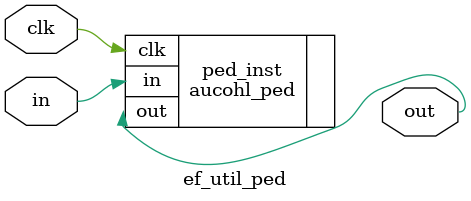
<source format=v>
`default_nettype none


module ef_util_ned (
    input wire clk,
    input wire in,
    output wire out
);
    aucohl_ned ned_inst (.clk(clk), .in(in), .out(out));
endmodule

module cf_util_ped (
    input wire clk,
    input wire in,
    output wire out
);
    aucohl_ped ped_inst (.clk(clk), .in(in), .out(out));
endmodule

module cf_util_fifo #(parameter DW = 8, AW = 4) (
    input wire clk,
    input wire rst_n,
    input wire rd,
    input wire wr,
    input wire flush,
    input wire [DW-1:0] wdata,
    output wire empty,
    output wire full,
    output wire [DW-1:0] rdata,
    output wire [AW-1:0] level
);
    aucohl_fifo #(.DW(DW), .AW(AW)) fifo_inst (
        .clk(clk),
        .rst_n(rst_n),
        .rd(rd),
        .wr(wr),
        .flush(flush),
        .wdata(wdata),
        .empty(empty),
        .full(full),
        .rdata(rdata),
        .level(level)
    );
endmodule

module ef_util_gating_cell (
    input wire clk,
    input wire clk_en,
    output wire clk_o
);
    ef_gating_cell gating_inst (
        .clk(clk), 
        .rst_n(1'b1), 
        .clk_en(clk_en), 
        .clk_o(clk_o)
    );
endmodule

module cf_util_gating_cell (
    input wire clk,
    input wire clk_en,
    output wire clk_o
);
    ef_gating_cell gating_inst (
        .clk(clk), 
        .rst_n(1'b1), 
        .clk_en(clk_en), 
        .clk_o(clk_o)
    );
endmodule

module ef_util_sync #(parameter NUM_STAGES = 2) (
    input wire clk,
    input wire in,
    output wire out
);
    aucohl_sync #(.NUM_STAGES(NUM_STAGES)) sync_inst (.clk(clk), .in(in), .out(out));
endmodule

module ef_util_ped (
    input wire clk,
    input wire in,
    output wire out
);
    aucohl_ped ped_inst (.clk(clk), .in(in), .out(out));
endmodule

`default_nettype wire
</source>
